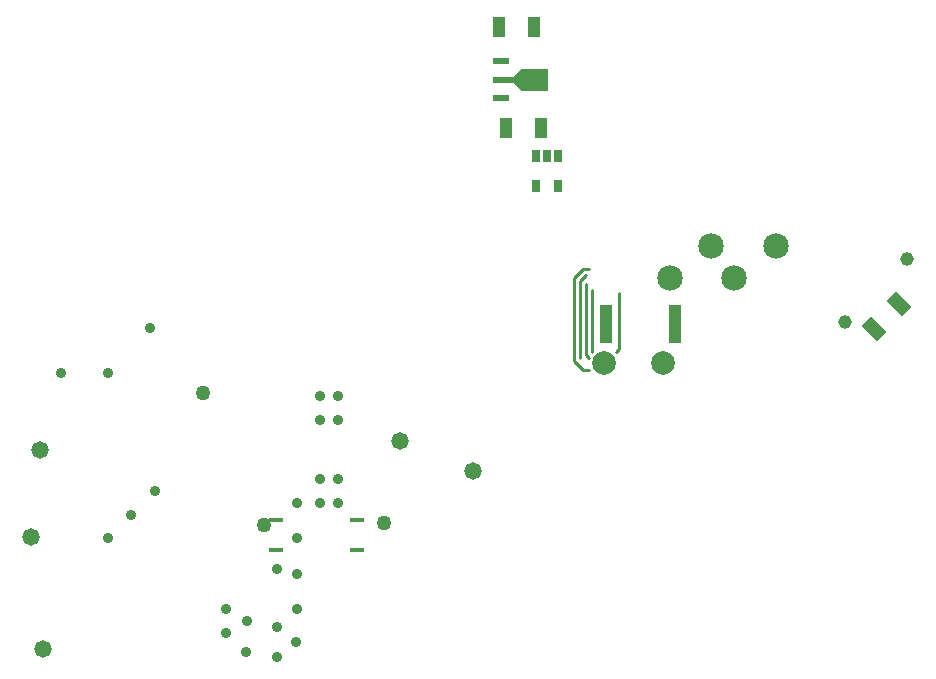
<source format=gbs>
G04 Layer_Color=16711935*
%FSLAX44Y44*%
%MOMM*%
G71*
G01*
G75*
%ADD11R,1.1120X1.8034*%
%ADD28C,1.1684*%
%ADD29C,2.0000*%
%ADD30C,2.1590*%
%ADD35C,1.2700*%
%ADD36R,1.2080X0.4564*%
G04:AMPARAMS|DCode=37|XSize=1.112mm|YSize=1.8034mm|CornerRadius=0mm|HoleSize=0mm|Usage=FLASHONLY|Rotation=45.000|XOffset=0mm|YOffset=0mm|HoleType=Round|Shape=Rectangle|*
%AMROTATEDRECTD37*
4,1,4,0.2445,-1.0308,-1.0308,0.2445,-0.2445,1.0308,1.0308,-0.2445,0.2445,-1.0308,0.0*
%
%ADD37ROTATEDRECTD37*%

%ADD38R,1.0128X3.2004*%
%ADD39R,0.7000X1.0000*%
%ADD40R,1.3938X0.4826*%
%ADD41R,1.3938X0.5588*%
%ADD46C,0.2540*%
%ADD50C,0.1590*%
%ADD51C,0.9032*%
%ADD52C,1.4732*%
G36*
X502526Y658856D02*
X479952D01*
X473602Y665206D01*
X470046D01*
Y670794D01*
X473602D01*
X479952Y677144D01*
X502526D01*
Y658856D01*
D02*
G37*
D11*
X461042Y713000D02*
D03*
X490958D02*
D03*
X467042Y627000D02*
D03*
X496958D02*
D03*
D28*
X807033Y516033D02*
D03*
X754000Y463000D02*
D03*
D29*
X550000Y428000D02*
D03*
X600000D02*
D03*
D30*
X660200Y500000D02*
D03*
X605600D02*
D03*
X695400Y527000D02*
D03*
X640800D02*
D03*
D35*
X211000Y403000D02*
D03*
X363999Y292999D02*
D03*
X261999Y290999D02*
D03*
D36*
X341417Y295700D02*
D03*
Y270300D02*
D03*
X272583Y270300D02*
D03*
Y295700D02*
D03*
D37*
X799577Y478577D02*
D03*
X778423Y457423D02*
D03*
D38*
X609940Y461000D02*
D03*
X552060D02*
D03*
D39*
X511500Y578000D02*
D03*
Y604000D02*
D03*
X502000D02*
D03*
X492500D02*
D03*
Y578000D02*
D03*
D40*
X463077Y652300D02*
D03*
Y683700D02*
D03*
D41*
Y668000D02*
D03*
D46*
X540000Y440000D02*
Y490000D01*
Y437500D02*
Y440000D01*
X562500Y440000D02*
Y487500D01*
X560000Y437500D02*
X562500Y440000D01*
X535000Y435000D02*
Y495000D01*
Y435000D02*
X537500Y432500D01*
X530000Y497500D02*
X535000Y502500D01*
X530000Y432500D02*
Y497500D01*
X532500Y507500D02*
X537500D01*
X525000Y500000D02*
X532500Y507500D01*
X525000Y467500D02*
Y500000D01*
Y432500D02*
Y467500D01*
Y430000D02*
Y432500D01*
Y430000D02*
X532500Y422500D01*
X537500D01*
D50*
X551000Y500000D02*
D03*
X750000Y527000D02*
D03*
D51*
X166000Y458000D02*
D03*
X130000Y420000D02*
D03*
X90000D02*
D03*
X170000Y320000D02*
D03*
X150000Y300000D02*
D03*
X130000Y280000D02*
D03*
X290000Y220000D02*
D03*
X273000Y205000D02*
D03*
X289000Y192000D02*
D03*
X273000Y179000D02*
D03*
X248000Y210000D02*
D03*
X247000Y184000D02*
D03*
X230000Y200000D02*
D03*
Y220000D02*
D03*
X290000Y250000D02*
D03*
Y280000D02*
D03*
Y310000D02*
D03*
X310000D02*
D03*
Y330000D02*
D03*
Y380000D02*
D03*
Y400000D02*
D03*
X273000Y254000D02*
D03*
X325000Y310000D02*
D03*
Y330000D02*
D03*
Y400000D02*
D03*
Y380000D02*
D03*
D52*
X377000Y362000D02*
D03*
X438999Y336999D02*
D03*
X65000Y281000D02*
D03*
X73000Y355000D02*
D03*
X75000Y186000D02*
D03*
M02*

</source>
